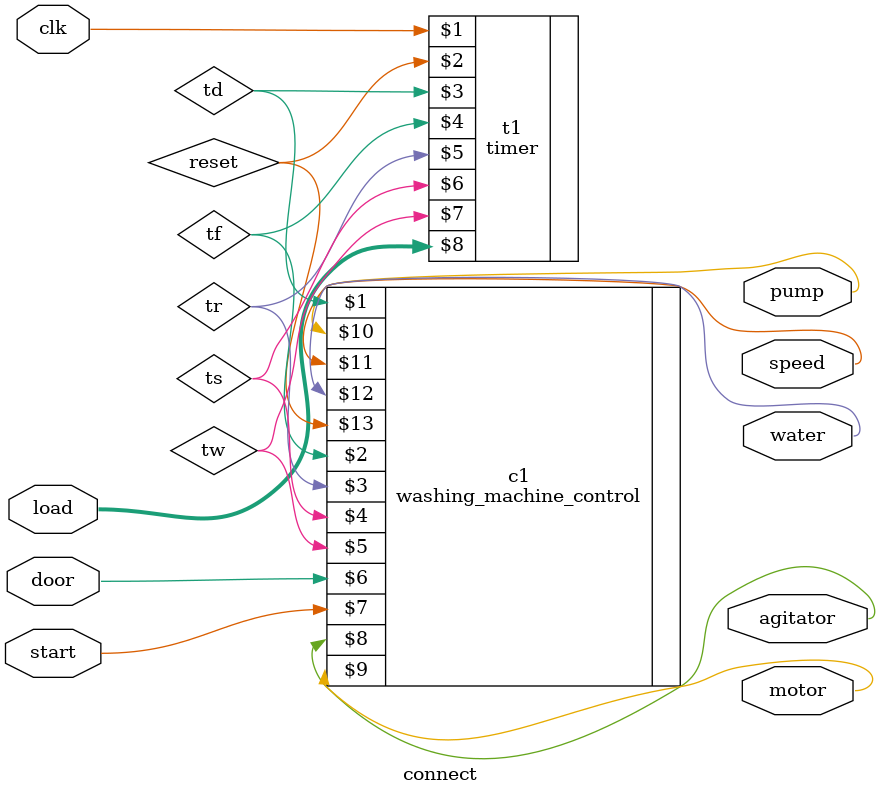
<source format=v>
module connect(
    input wire door,
					start,
    input wire[1:0] load,
    input wire clk,
	 output wire agitator, motor, pump, speed, water
    );
	 
	wire td, tf, tr, ts, tw, reset;
	
	washing_machine_control c1 (td,tf,tr,ts,tw,door,start,agitator,motor,pump,speed,water,reset);
	timer t1 (clk,reset,td,tf,tr,ts,tw,load);


endmodule

</source>
